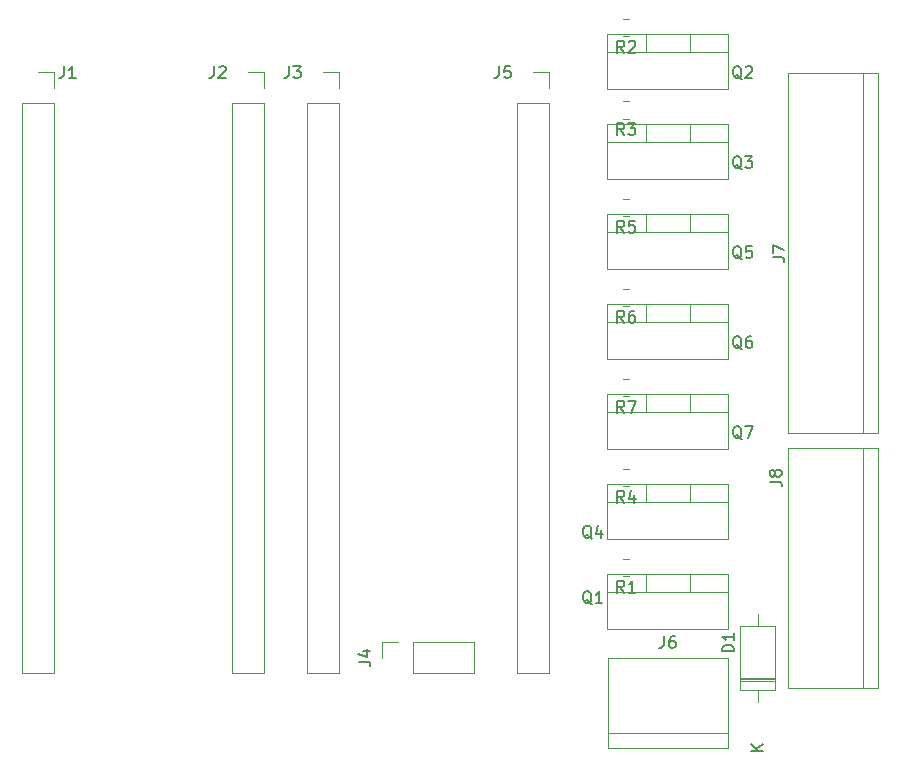
<source format=gbr>
%TF.GenerationSoftware,KiCad,Pcbnew,(5.1.10)-1*%
%TF.CreationDate,2022-01-11T17:35:31-08:00*%
%TF.ProjectId,science_cake_mosfets_2,73636965-6e63-4655-9f63-616b655f6d6f,rev?*%
%TF.SameCoordinates,Original*%
%TF.FileFunction,Legend,Top*%
%TF.FilePolarity,Positive*%
%FSLAX46Y46*%
G04 Gerber Fmt 4.6, Leading zero omitted, Abs format (unit mm)*
G04 Created by KiCad (PCBNEW (5.1.10)-1) date 2022-01-11 17:35:31*
%MOMM*%
%LPD*%
G01*
G04 APERTURE LIST*
%ADD10C,0.120000*%
%ADD11C,0.150000*%
G04 APERTURE END LIST*
D10*
%TO.C,Q5*%
X147901000Y-97060000D02*
X147901000Y-98570000D01*
X144200000Y-97060000D02*
X144200000Y-98570000D01*
X140930000Y-98570000D02*
X151170000Y-98570000D01*
X151170000Y-97060000D02*
X151170000Y-101701000D01*
X140930000Y-97060000D02*
X140930000Y-101701000D01*
X140930000Y-101701000D02*
X151170000Y-101701000D01*
X140930000Y-97060000D02*
X151170000Y-97060000D01*
%TO.C,J3*%
X115510000Y-87630000D02*
X118170000Y-87630000D01*
X115510000Y-87630000D02*
X115510000Y-135950000D01*
X115510000Y-135950000D02*
X118170000Y-135950000D01*
X118170000Y-87630000D02*
X118170000Y-135950000D01*
X118170000Y-85030000D02*
X118170000Y-86360000D01*
X116840000Y-85030000D02*
X118170000Y-85030000D01*
%TO.C,J2*%
X110490000Y-85030000D02*
X111820000Y-85030000D01*
X111820000Y-85030000D02*
X111820000Y-86360000D01*
X111820000Y-87630000D02*
X111820000Y-135950000D01*
X109160000Y-135950000D02*
X111820000Y-135950000D01*
X109160000Y-87630000D02*
X109160000Y-135950000D01*
X109160000Y-87630000D02*
X111820000Y-87630000D01*
%TO.C,Q6*%
X140930000Y-104680000D02*
X151170000Y-104680000D01*
X140930000Y-109321000D02*
X151170000Y-109321000D01*
X140930000Y-104680000D02*
X140930000Y-109321000D01*
X151170000Y-104680000D02*
X151170000Y-109321000D01*
X140930000Y-106190000D02*
X151170000Y-106190000D01*
X144200000Y-104680000D02*
X144200000Y-106190000D01*
X147901000Y-104680000D02*
X147901000Y-106190000D01*
%TO.C,J7*%
X163830000Y-115570000D02*
X163830000Y-85090000D01*
X156210000Y-115570000D02*
X156210000Y-85090000D01*
X162560000Y-115570000D02*
X162560000Y-85090000D01*
X163830000Y-85090000D02*
X156210000Y-85090000D01*
X156210000Y-115570000D02*
X163830000Y-115570000D01*
%TO.C,D1*%
X152200000Y-137340000D02*
X155140000Y-137340000D01*
X155140000Y-137340000D02*
X155140000Y-131900000D01*
X155140000Y-131900000D02*
X152200000Y-131900000D01*
X152200000Y-131900000D02*
X152200000Y-137340000D01*
X153670000Y-138360000D02*
X153670000Y-137340000D01*
X153670000Y-130880000D02*
X153670000Y-131900000D01*
X152200000Y-136440000D02*
X155140000Y-136440000D01*
X152200000Y-136320000D02*
X155140000Y-136320000D01*
X152200000Y-136560000D02*
X155140000Y-136560000D01*
%TO.C,J1*%
X92710000Y-85030000D02*
X94040000Y-85030000D01*
X94040000Y-85030000D02*
X94040000Y-86360000D01*
X94040000Y-87630000D02*
X94040000Y-135950000D01*
X91380000Y-135950000D02*
X94040000Y-135950000D01*
X91380000Y-87630000D02*
X91380000Y-135950000D01*
X91380000Y-87630000D02*
X94040000Y-87630000D01*
%TO.C,J4*%
X124460000Y-135950000D02*
X124460000Y-133290000D01*
X124460000Y-135950000D02*
X129600000Y-135950000D01*
X129600000Y-135950000D02*
X129600000Y-133290000D01*
X124460000Y-133290000D02*
X129600000Y-133290000D01*
X121860000Y-133290000D02*
X123190000Y-133290000D01*
X121860000Y-134620000D02*
X121860000Y-133290000D01*
%TO.C,J5*%
X133290000Y-87630000D02*
X135950000Y-87630000D01*
X133290000Y-87630000D02*
X133290000Y-135950000D01*
X133290000Y-135950000D02*
X135950000Y-135950000D01*
X135950000Y-87630000D02*
X135950000Y-135950000D01*
X135950000Y-85030000D02*
X135950000Y-86360000D01*
X134620000Y-85030000D02*
X135950000Y-85030000D01*
%TO.C,J6*%
X151130000Y-140970000D02*
X140970000Y-140970000D01*
X151130000Y-142240000D02*
X151130000Y-134620000D01*
X151130000Y-134620000D02*
X140970000Y-134620000D01*
X140970000Y-134620000D02*
X140970000Y-142240000D01*
X140970000Y-142240000D02*
X151130000Y-142240000D01*
%TO.C,J8*%
X163830000Y-137160000D02*
X163830000Y-116840000D01*
X156210000Y-137160000D02*
X156210000Y-116840000D01*
X162560000Y-116840000D02*
X162560000Y-137160000D01*
X163830000Y-116840000D02*
X156210000Y-116840000D01*
X156210000Y-137160000D02*
X163830000Y-137160000D01*
%TO.C,Q1*%
X140930000Y-127540000D02*
X151170000Y-127540000D01*
X140930000Y-132181000D02*
X151170000Y-132181000D01*
X140930000Y-127540000D02*
X140930000Y-132181000D01*
X151170000Y-127540000D02*
X151170000Y-132181000D01*
X140930000Y-129050000D02*
X151170000Y-129050000D01*
X144200000Y-127540000D02*
X144200000Y-129050000D01*
X147901000Y-127540000D02*
X147901000Y-129050000D01*
%TO.C,Q2*%
X147901000Y-81820000D02*
X147901000Y-83330000D01*
X144200000Y-81820000D02*
X144200000Y-83330000D01*
X140930000Y-83330000D02*
X151170000Y-83330000D01*
X151170000Y-81820000D02*
X151170000Y-86461000D01*
X140930000Y-81820000D02*
X140930000Y-86461000D01*
X140930000Y-86461000D02*
X151170000Y-86461000D01*
X140930000Y-81820000D02*
X151170000Y-81820000D01*
%TO.C,Q3*%
X140930000Y-89440000D02*
X151170000Y-89440000D01*
X140930000Y-94081000D02*
X151170000Y-94081000D01*
X140930000Y-89440000D02*
X140930000Y-94081000D01*
X151170000Y-89440000D02*
X151170000Y-94081000D01*
X140930000Y-90950000D02*
X151170000Y-90950000D01*
X144200000Y-89440000D02*
X144200000Y-90950000D01*
X147901000Y-89440000D02*
X147901000Y-90950000D01*
%TO.C,Q4*%
X140930000Y-119920000D02*
X151170000Y-119920000D01*
X140930000Y-124561000D02*
X151170000Y-124561000D01*
X140930000Y-119920000D02*
X140930000Y-124561000D01*
X151170000Y-119920000D02*
X151170000Y-124561000D01*
X140930000Y-121430000D02*
X151170000Y-121430000D01*
X144200000Y-119920000D02*
X144200000Y-121430000D01*
X147901000Y-119920000D02*
X147901000Y-121430000D01*
%TO.C,Q7*%
X147901000Y-112300000D02*
X147901000Y-113810000D01*
X144200000Y-112300000D02*
X144200000Y-113810000D01*
X140930000Y-113810000D02*
X151170000Y-113810000D01*
X151170000Y-112300000D02*
X151170000Y-116941000D01*
X140930000Y-112300000D02*
X140930000Y-116941000D01*
X140930000Y-116941000D02*
X151170000Y-116941000D01*
X140930000Y-112300000D02*
X151170000Y-112300000D01*
%TO.C,R1*%
X142737064Y-127735000D02*
X142282936Y-127735000D01*
X142737064Y-126265000D02*
X142282936Y-126265000D01*
%TO.C,R2*%
X142737064Y-82015000D02*
X142282936Y-82015000D01*
X142737064Y-80545000D02*
X142282936Y-80545000D01*
%TO.C,R3*%
X142737064Y-87530000D02*
X142282936Y-87530000D01*
X142737064Y-89000000D02*
X142282936Y-89000000D01*
%TO.C,R4*%
X142737064Y-118645000D02*
X142282936Y-118645000D01*
X142737064Y-120115000D02*
X142282936Y-120115000D01*
%TO.C,R5*%
X142737064Y-97255000D02*
X142282936Y-97255000D01*
X142737064Y-95785000D02*
X142282936Y-95785000D01*
%TO.C,R6*%
X142737064Y-104875000D02*
X142282936Y-104875000D01*
X142737064Y-103405000D02*
X142282936Y-103405000D01*
%TO.C,R7*%
X142737064Y-111025000D02*
X142282936Y-111025000D01*
X142737064Y-112495000D02*
X142282936Y-112495000D01*
%TO.C,Q5*%
D11*
X152304761Y-100877619D02*
X152209523Y-100830000D01*
X152114285Y-100734761D01*
X151971428Y-100591904D01*
X151876190Y-100544285D01*
X151780952Y-100544285D01*
X151828571Y-100782380D02*
X151733333Y-100734761D01*
X151638095Y-100639523D01*
X151590476Y-100449047D01*
X151590476Y-100115714D01*
X151638095Y-99925238D01*
X151733333Y-99830000D01*
X151828571Y-99782380D01*
X152019047Y-99782380D01*
X152114285Y-99830000D01*
X152209523Y-99925238D01*
X152257142Y-100115714D01*
X152257142Y-100449047D01*
X152209523Y-100639523D01*
X152114285Y-100734761D01*
X152019047Y-100782380D01*
X151828571Y-100782380D01*
X153161904Y-99782380D02*
X152685714Y-99782380D01*
X152638095Y-100258571D01*
X152685714Y-100210952D01*
X152780952Y-100163333D01*
X153019047Y-100163333D01*
X153114285Y-100210952D01*
X153161904Y-100258571D01*
X153209523Y-100353809D01*
X153209523Y-100591904D01*
X153161904Y-100687142D01*
X153114285Y-100734761D01*
X153019047Y-100782380D01*
X152780952Y-100782380D01*
X152685714Y-100734761D01*
X152638095Y-100687142D01*
%TO.C,J3*%
X113966666Y-84542380D02*
X113966666Y-85256666D01*
X113919047Y-85399523D01*
X113823809Y-85494761D01*
X113680952Y-85542380D01*
X113585714Y-85542380D01*
X114347619Y-84542380D02*
X114966666Y-84542380D01*
X114633333Y-84923333D01*
X114776190Y-84923333D01*
X114871428Y-84970952D01*
X114919047Y-85018571D01*
X114966666Y-85113809D01*
X114966666Y-85351904D01*
X114919047Y-85447142D01*
X114871428Y-85494761D01*
X114776190Y-85542380D01*
X114490476Y-85542380D01*
X114395238Y-85494761D01*
X114347619Y-85447142D01*
%TO.C,J2*%
X107616666Y-84542380D02*
X107616666Y-85256666D01*
X107569047Y-85399523D01*
X107473809Y-85494761D01*
X107330952Y-85542380D01*
X107235714Y-85542380D01*
X108045238Y-84637619D02*
X108092857Y-84590000D01*
X108188095Y-84542380D01*
X108426190Y-84542380D01*
X108521428Y-84590000D01*
X108569047Y-84637619D01*
X108616666Y-84732857D01*
X108616666Y-84828095D01*
X108569047Y-84970952D01*
X107997619Y-85542380D01*
X108616666Y-85542380D01*
%TO.C,Q6*%
X152304761Y-108497619D02*
X152209523Y-108450000D01*
X152114285Y-108354761D01*
X151971428Y-108211904D01*
X151876190Y-108164285D01*
X151780952Y-108164285D01*
X151828571Y-108402380D02*
X151733333Y-108354761D01*
X151638095Y-108259523D01*
X151590476Y-108069047D01*
X151590476Y-107735714D01*
X151638095Y-107545238D01*
X151733333Y-107450000D01*
X151828571Y-107402380D01*
X152019047Y-107402380D01*
X152114285Y-107450000D01*
X152209523Y-107545238D01*
X152257142Y-107735714D01*
X152257142Y-108069047D01*
X152209523Y-108259523D01*
X152114285Y-108354761D01*
X152019047Y-108402380D01*
X151828571Y-108402380D01*
X153114285Y-107402380D02*
X152923809Y-107402380D01*
X152828571Y-107450000D01*
X152780952Y-107497619D01*
X152685714Y-107640476D01*
X152638095Y-107830952D01*
X152638095Y-108211904D01*
X152685714Y-108307142D01*
X152733333Y-108354761D01*
X152828571Y-108402380D01*
X153019047Y-108402380D01*
X153114285Y-108354761D01*
X153161904Y-108307142D01*
X153209523Y-108211904D01*
X153209523Y-107973809D01*
X153161904Y-107878571D01*
X153114285Y-107830952D01*
X153019047Y-107783333D01*
X152828571Y-107783333D01*
X152733333Y-107830952D01*
X152685714Y-107878571D01*
X152638095Y-107973809D01*
%TO.C,J7*%
X154922380Y-100713333D02*
X155636666Y-100713333D01*
X155779523Y-100760952D01*
X155874761Y-100856190D01*
X155922380Y-100999047D01*
X155922380Y-101094285D01*
X154922380Y-100332380D02*
X154922380Y-99665714D01*
X155922380Y-100094285D01*
%TO.C,D1*%
X151652380Y-134088095D02*
X150652380Y-134088095D01*
X150652380Y-133850000D01*
X150700000Y-133707142D01*
X150795238Y-133611904D01*
X150890476Y-133564285D01*
X151080952Y-133516666D01*
X151223809Y-133516666D01*
X151414285Y-133564285D01*
X151509523Y-133611904D01*
X151604761Y-133707142D01*
X151652380Y-133850000D01*
X151652380Y-134088095D01*
X151652380Y-132564285D02*
X151652380Y-133135714D01*
X151652380Y-132850000D02*
X150652380Y-132850000D01*
X150795238Y-132945238D01*
X150890476Y-133040476D01*
X150938095Y-133135714D01*
X154122380Y-142501904D02*
X153122380Y-142501904D01*
X154122380Y-141930476D02*
X153550952Y-142359047D01*
X153122380Y-141930476D02*
X153693809Y-142501904D01*
%TO.C,J1*%
X94916666Y-84542380D02*
X94916666Y-85256666D01*
X94869047Y-85399523D01*
X94773809Y-85494761D01*
X94630952Y-85542380D01*
X94535714Y-85542380D01*
X95916666Y-85542380D02*
X95345238Y-85542380D01*
X95630952Y-85542380D02*
X95630952Y-84542380D01*
X95535714Y-84685238D01*
X95440476Y-84780476D01*
X95345238Y-84828095D01*
%TO.C,J4*%
X119872380Y-134953333D02*
X120586666Y-134953333D01*
X120729523Y-135000952D01*
X120824761Y-135096190D01*
X120872380Y-135239047D01*
X120872380Y-135334285D01*
X120205714Y-134048571D02*
X120872380Y-134048571D01*
X119824761Y-134286666D02*
X120539047Y-134524761D01*
X120539047Y-133905714D01*
%TO.C,J5*%
X131746666Y-84542380D02*
X131746666Y-85256666D01*
X131699047Y-85399523D01*
X131603809Y-85494761D01*
X131460952Y-85542380D01*
X131365714Y-85542380D01*
X132699047Y-84542380D02*
X132222857Y-84542380D01*
X132175238Y-85018571D01*
X132222857Y-84970952D01*
X132318095Y-84923333D01*
X132556190Y-84923333D01*
X132651428Y-84970952D01*
X132699047Y-85018571D01*
X132746666Y-85113809D01*
X132746666Y-85351904D01*
X132699047Y-85447142D01*
X132651428Y-85494761D01*
X132556190Y-85542380D01*
X132318095Y-85542380D01*
X132222857Y-85494761D01*
X132175238Y-85447142D01*
%TO.C,J6*%
X145716666Y-132802380D02*
X145716666Y-133516666D01*
X145669047Y-133659523D01*
X145573809Y-133754761D01*
X145430952Y-133802380D01*
X145335714Y-133802380D01*
X146621428Y-132802380D02*
X146430952Y-132802380D01*
X146335714Y-132850000D01*
X146288095Y-132897619D01*
X146192857Y-133040476D01*
X146145238Y-133230952D01*
X146145238Y-133611904D01*
X146192857Y-133707142D01*
X146240476Y-133754761D01*
X146335714Y-133802380D01*
X146526190Y-133802380D01*
X146621428Y-133754761D01*
X146669047Y-133707142D01*
X146716666Y-133611904D01*
X146716666Y-133373809D01*
X146669047Y-133278571D01*
X146621428Y-133230952D01*
X146526190Y-133183333D01*
X146335714Y-133183333D01*
X146240476Y-133230952D01*
X146192857Y-133278571D01*
X146145238Y-133373809D01*
%TO.C,J8*%
X154672380Y-119713333D02*
X155386666Y-119713333D01*
X155529523Y-119760952D01*
X155624761Y-119856190D01*
X155672380Y-119999047D01*
X155672380Y-120094285D01*
X155100952Y-119094285D02*
X155053333Y-119189523D01*
X155005714Y-119237142D01*
X154910476Y-119284761D01*
X154862857Y-119284761D01*
X154767619Y-119237142D01*
X154720000Y-119189523D01*
X154672380Y-119094285D01*
X154672380Y-118903809D01*
X154720000Y-118808571D01*
X154767619Y-118760952D01*
X154862857Y-118713333D01*
X154910476Y-118713333D01*
X155005714Y-118760952D01*
X155053333Y-118808571D01*
X155100952Y-118903809D01*
X155100952Y-119094285D01*
X155148571Y-119189523D01*
X155196190Y-119237142D01*
X155291428Y-119284761D01*
X155481904Y-119284761D01*
X155577142Y-119237142D01*
X155624761Y-119189523D01*
X155672380Y-119094285D01*
X155672380Y-118903809D01*
X155624761Y-118808571D01*
X155577142Y-118760952D01*
X155481904Y-118713333D01*
X155291428Y-118713333D01*
X155196190Y-118760952D01*
X155148571Y-118808571D01*
X155100952Y-118903809D01*
%TO.C,Q1*%
X139604761Y-130087619D02*
X139509523Y-130040000D01*
X139414285Y-129944761D01*
X139271428Y-129801904D01*
X139176190Y-129754285D01*
X139080952Y-129754285D01*
X139128571Y-129992380D02*
X139033333Y-129944761D01*
X138938095Y-129849523D01*
X138890476Y-129659047D01*
X138890476Y-129325714D01*
X138938095Y-129135238D01*
X139033333Y-129040000D01*
X139128571Y-128992380D01*
X139319047Y-128992380D01*
X139414285Y-129040000D01*
X139509523Y-129135238D01*
X139557142Y-129325714D01*
X139557142Y-129659047D01*
X139509523Y-129849523D01*
X139414285Y-129944761D01*
X139319047Y-129992380D01*
X139128571Y-129992380D01*
X140509523Y-129992380D02*
X139938095Y-129992380D01*
X140223809Y-129992380D02*
X140223809Y-128992380D01*
X140128571Y-129135238D01*
X140033333Y-129230476D01*
X139938095Y-129278095D01*
%TO.C,Q2*%
X152304761Y-85637619D02*
X152209523Y-85590000D01*
X152114285Y-85494761D01*
X151971428Y-85351904D01*
X151876190Y-85304285D01*
X151780952Y-85304285D01*
X151828571Y-85542380D02*
X151733333Y-85494761D01*
X151638095Y-85399523D01*
X151590476Y-85209047D01*
X151590476Y-84875714D01*
X151638095Y-84685238D01*
X151733333Y-84590000D01*
X151828571Y-84542380D01*
X152019047Y-84542380D01*
X152114285Y-84590000D01*
X152209523Y-84685238D01*
X152257142Y-84875714D01*
X152257142Y-85209047D01*
X152209523Y-85399523D01*
X152114285Y-85494761D01*
X152019047Y-85542380D01*
X151828571Y-85542380D01*
X152638095Y-84637619D02*
X152685714Y-84590000D01*
X152780952Y-84542380D01*
X153019047Y-84542380D01*
X153114285Y-84590000D01*
X153161904Y-84637619D01*
X153209523Y-84732857D01*
X153209523Y-84828095D01*
X153161904Y-84970952D01*
X152590476Y-85542380D01*
X153209523Y-85542380D01*
%TO.C,Q3*%
X152304761Y-93257619D02*
X152209523Y-93210000D01*
X152114285Y-93114761D01*
X151971428Y-92971904D01*
X151876190Y-92924285D01*
X151780952Y-92924285D01*
X151828571Y-93162380D02*
X151733333Y-93114761D01*
X151638095Y-93019523D01*
X151590476Y-92829047D01*
X151590476Y-92495714D01*
X151638095Y-92305238D01*
X151733333Y-92210000D01*
X151828571Y-92162380D01*
X152019047Y-92162380D01*
X152114285Y-92210000D01*
X152209523Y-92305238D01*
X152257142Y-92495714D01*
X152257142Y-92829047D01*
X152209523Y-93019523D01*
X152114285Y-93114761D01*
X152019047Y-93162380D01*
X151828571Y-93162380D01*
X152590476Y-92162380D02*
X153209523Y-92162380D01*
X152876190Y-92543333D01*
X153019047Y-92543333D01*
X153114285Y-92590952D01*
X153161904Y-92638571D01*
X153209523Y-92733809D01*
X153209523Y-92971904D01*
X153161904Y-93067142D01*
X153114285Y-93114761D01*
X153019047Y-93162380D01*
X152733333Y-93162380D01*
X152638095Y-93114761D01*
X152590476Y-93067142D01*
%TO.C,Q4*%
X139604761Y-124547619D02*
X139509523Y-124500000D01*
X139414285Y-124404761D01*
X139271428Y-124261904D01*
X139176190Y-124214285D01*
X139080952Y-124214285D01*
X139128571Y-124452380D02*
X139033333Y-124404761D01*
X138938095Y-124309523D01*
X138890476Y-124119047D01*
X138890476Y-123785714D01*
X138938095Y-123595238D01*
X139033333Y-123500000D01*
X139128571Y-123452380D01*
X139319047Y-123452380D01*
X139414285Y-123500000D01*
X139509523Y-123595238D01*
X139557142Y-123785714D01*
X139557142Y-124119047D01*
X139509523Y-124309523D01*
X139414285Y-124404761D01*
X139319047Y-124452380D01*
X139128571Y-124452380D01*
X140414285Y-123785714D02*
X140414285Y-124452380D01*
X140176190Y-123404761D02*
X139938095Y-124119047D01*
X140557142Y-124119047D01*
%TO.C,Q7*%
X152304761Y-116117619D02*
X152209523Y-116070000D01*
X152114285Y-115974761D01*
X151971428Y-115831904D01*
X151876190Y-115784285D01*
X151780952Y-115784285D01*
X151828571Y-116022380D02*
X151733333Y-115974761D01*
X151638095Y-115879523D01*
X151590476Y-115689047D01*
X151590476Y-115355714D01*
X151638095Y-115165238D01*
X151733333Y-115070000D01*
X151828571Y-115022380D01*
X152019047Y-115022380D01*
X152114285Y-115070000D01*
X152209523Y-115165238D01*
X152257142Y-115355714D01*
X152257142Y-115689047D01*
X152209523Y-115879523D01*
X152114285Y-115974761D01*
X152019047Y-116022380D01*
X151828571Y-116022380D01*
X152590476Y-115022380D02*
X153257142Y-115022380D01*
X152828571Y-116022380D01*
%TO.C,R1*%
X142343333Y-129102380D02*
X142010000Y-128626190D01*
X141771904Y-129102380D02*
X141771904Y-128102380D01*
X142152857Y-128102380D01*
X142248095Y-128150000D01*
X142295714Y-128197619D01*
X142343333Y-128292857D01*
X142343333Y-128435714D01*
X142295714Y-128530952D01*
X142248095Y-128578571D01*
X142152857Y-128626190D01*
X141771904Y-128626190D01*
X143295714Y-129102380D02*
X142724285Y-129102380D01*
X143010000Y-129102380D02*
X143010000Y-128102380D01*
X142914761Y-128245238D01*
X142819523Y-128340476D01*
X142724285Y-128388095D01*
%TO.C,R2*%
X142343333Y-83382380D02*
X142010000Y-82906190D01*
X141771904Y-83382380D02*
X141771904Y-82382380D01*
X142152857Y-82382380D01*
X142248095Y-82430000D01*
X142295714Y-82477619D01*
X142343333Y-82572857D01*
X142343333Y-82715714D01*
X142295714Y-82810952D01*
X142248095Y-82858571D01*
X142152857Y-82906190D01*
X141771904Y-82906190D01*
X142724285Y-82477619D02*
X142771904Y-82430000D01*
X142867142Y-82382380D01*
X143105238Y-82382380D01*
X143200476Y-82430000D01*
X143248095Y-82477619D01*
X143295714Y-82572857D01*
X143295714Y-82668095D01*
X143248095Y-82810952D01*
X142676666Y-83382380D01*
X143295714Y-83382380D01*
%TO.C,R3*%
X142343333Y-90367380D02*
X142010000Y-89891190D01*
X141771904Y-90367380D02*
X141771904Y-89367380D01*
X142152857Y-89367380D01*
X142248095Y-89415000D01*
X142295714Y-89462619D01*
X142343333Y-89557857D01*
X142343333Y-89700714D01*
X142295714Y-89795952D01*
X142248095Y-89843571D01*
X142152857Y-89891190D01*
X141771904Y-89891190D01*
X142676666Y-89367380D02*
X143295714Y-89367380D01*
X142962380Y-89748333D01*
X143105238Y-89748333D01*
X143200476Y-89795952D01*
X143248095Y-89843571D01*
X143295714Y-89938809D01*
X143295714Y-90176904D01*
X143248095Y-90272142D01*
X143200476Y-90319761D01*
X143105238Y-90367380D01*
X142819523Y-90367380D01*
X142724285Y-90319761D01*
X142676666Y-90272142D01*
%TO.C,R4*%
X142343333Y-121482380D02*
X142010000Y-121006190D01*
X141771904Y-121482380D02*
X141771904Y-120482380D01*
X142152857Y-120482380D01*
X142248095Y-120530000D01*
X142295714Y-120577619D01*
X142343333Y-120672857D01*
X142343333Y-120815714D01*
X142295714Y-120910952D01*
X142248095Y-120958571D01*
X142152857Y-121006190D01*
X141771904Y-121006190D01*
X143200476Y-120815714D02*
X143200476Y-121482380D01*
X142962380Y-120434761D02*
X142724285Y-121149047D01*
X143343333Y-121149047D01*
%TO.C,R5*%
X142343333Y-98622380D02*
X142010000Y-98146190D01*
X141771904Y-98622380D02*
X141771904Y-97622380D01*
X142152857Y-97622380D01*
X142248095Y-97670000D01*
X142295714Y-97717619D01*
X142343333Y-97812857D01*
X142343333Y-97955714D01*
X142295714Y-98050952D01*
X142248095Y-98098571D01*
X142152857Y-98146190D01*
X141771904Y-98146190D01*
X143248095Y-97622380D02*
X142771904Y-97622380D01*
X142724285Y-98098571D01*
X142771904Y-98050952D01*
X142867142Y-98003333D01*
X143105238Y-98003333D01*
X143200476Y-98050952D01*
X143248095Y-98098571D01*
X143295714Y-98193809D01*
X143295714Y-98431904D01*
X143248095Y-98527142D01*
X143200476Y-98574761D01*
X143105238Y-98622380D01*
X142867142Y-98622380D01*
X142771904Y-98574761D01*
X142724285Y-98527142D01*
%TO.C,R6*%
X142343333Y-106242380D02*
X142010000Y-105766190D01*
X141771904Y-106242380D02*
X141771904Y-105242380D01*
X142152857Y-105242380D01*
X142248095Y-105290000D01*
X142295714Y-105337619D01*
X142343333Y-105432857D01*
X142343333Y-105575714D01*
X142295714Y-105670952D01*
X142248095Y-105718571D01*
X142152857Y-105766190D01*
X141771904Y-105766190D01*
X143200476Y-105242380D02*
X143010000Y-105242380D01*
X142914761Y-105290000D01*
X142867142Y-105337619D01*
X142771904Y-105480476D01*
X142724285Y-105670952D01*
X142724285Y-106051904D01*
X142771904Y-106147142D01*
X142819523Y-106194761D01*
X142914761Y-106242380D01*
X143105238Y-106242380D01*
X143200476Y-106194761D01*
X143248095Y-106147142D01*
X143295714Y-106051904D01*
X143295714Y-105813809D01*
X143248095Y-105718571D01*
X143200476Y-105670952D01*
X143105238Y-105623333D01*
X142914761Y-105623333D01*
X142819523Y-105670952D01*
X142771904Y-105718571D01*
X142724285Y-105813809D01*
%TO.C,R7*%
X142343333Y-113862380D02*
X142010000Y-113386190D01*
X141771904Y-113862380D02*
X141771904Y-112862380D01*
X142152857Y-112862380D01*
X142248095Y-112910000D01*
X142295714Y-112957619D01*
X142343333Y-113052857D01*
X142343333Y-113195714D01*
X142295714Y-113290952D01*
X142248095Y-113338571D01*
X142152857Y-113386190D01*
X141771904Y-113386190D01*
X142676666Y-112862380D02*
X143343333Y-112862380D01*
X142914761Y-113862380D01*
%TD*%
M02*

</source>
